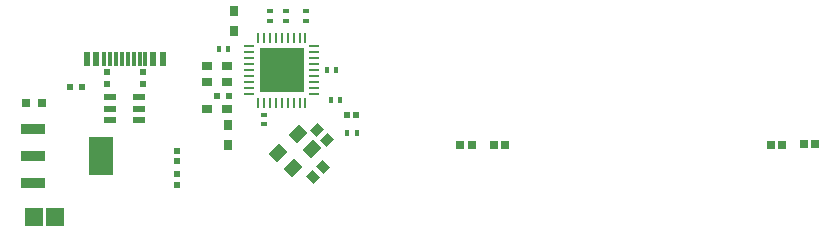
<source format=gtp>
G04*
G04 #@! TF.GenerationSoftware,Altium Limited,Altium Designer,23.5.1 (21)*
G04*
G04 Layer_Color=8421504*
%FSLAX44Y44*%
%MOMM*%
G71*
G04*
G04 #@! TF.SameCoordinates,10AFCB3B-55C8-42C2-B7EA-D5DD10926C34*
G04*
G04*
G04 #@! TF.FilePolarity,Positive*
G04*
G01*
G75*
%ADD14R,0.4000X0.5000*%
%ADD15R,0.5153X0.4725*%
%ADD16R,0.6500X0.6500*%
%ADD17R,0.9000X0.2800*%
%ADD18R,0.3000X1.1500*%
%ADD19R,0.6000X1.1500*%
%ADD20R,1.1000X0.6000*%
%ADD21R,0.4750X0.5000*%
%ADD22R,2.1500X0.9500*%
%ADD23R,2.1500X3.2500*%
%ADD24R,1.5781X1.5562*%
G04:AMPARAMS|DCode=25|XSize=0.76mm|YSize=0.6604mm|CornerRadius=0.0825mm|HoleSize=0mm|Usage=FLASHONLY|Rotation=90.000|XOffset=0mm|YOffset=0mm|HoleType=Round|Shape=RoundedRectangle|*
%AMROUNDEDRECTD25*
21,1,0.7600,0.4953,0,0,90.0*
21,1,0.5949,0.6604,0,0,90.0*
1,1,0.1651,0.2477,0.2975*
1,1,0.1651,0.2477,-0.2975*
1,1,0.1651,-0.2477,-0.2975*
1,1,0.1651,-0.2477,0.2975*
%
%ADD25ROUNDEDRECTD25*%
G04:AMPARAMS|DCode=26|XSize=1.3mm|YSize=1.05mm|CornerRadius=0mm|HoleSize=0mm|Usage=FLASHONLY|Rotation=225.000|XOffset=0mm|YOffset=0mm|HoleType=Round|Shape=Rectangle|*
%AMROTATEDRECTD26*
4,1,4,0.0884,0.8309,0.8309,0.0884,-0.0884,-0.8309,-0.8309,-0.0884,0.0884,0.8309,0.0*
%
%ADD26ROTATEDRECTD26*%

%ADD27R,0.5000X0.4000*%
%ADD28R,0.8000X0.9000*%
%ADD29R,3.7000X3.7000*%
%ADD30R,0.2800X0.9000*%
%ADD31R,0.9000X0.8000*%
G04:AMPARAMS|DCode=32|XSize=0.55mm|YSize=0.5mm|CornerRadius=0.0625mm|HoleSize=0mm|Usage=FLASHONLY|Rotation=0.000|XOffset=0mm|YOffset=0mm|HoleType=Round|Shape=RoundedRectangle|*
%AMROUNDEDRECTD32*
21,1,0.5500,0.3750,0,0,0.0*
21,1,0.4250,0.5000,0,0,0.0*
1,1,0.1250,0.2125,-0.1875*
1,1,0.1250,-0.2125,-0.1875*
1,1,0.1250,-0.2125,0.1875*
1,1,0.1250,0.2125,0.1875*
%
%ADD32ROUNDEDRECTD32*%
%ADD33R,0.6000X0.5000*%
G04:AMPARAMS|DCode=34|XSize=0.85mm|YSize=0.75mm|CornerRadius=0mm|HoleSize=0mm|Usage=FLASHONLY|Rotation=315.000|XOffset=0mm|YOffset=0mm|HoleType=Round|Shape=Rectangle|*
%AMROTATEDRECTD34*
4,1,4,-0.5657,0.0354,-0.0354,0.5657,0.5657,-0.0354,0.0354,-0.5657,-0.5657,0.0354,0.0*
%
%ADD34ROTATEDRECTD34*%

%ADD35R,0.5000X0.6000*%
G04:AMPARAMS|DCode=36|XSize=0.85mm|YSize=0.75mm|CornerRadius=0mm|HoleSize=0mm|Usage=FLASHONLY|Rotation=225.000|XOffset=0mm|YOffset=0mm|HoleType=Round|Shape=Rectangle|*
%AMROTATEDRECTD36*
4,1,4,0.0354,0.5657,0.5657,0.0354,-0.0354,-0.5657,-0.5657,-0.0354,0.0354,0.5657,0.0*
%
%ADD36ROTATEDRECTD36*%

D14*
X481520Y1163320D02*
D03*
X473520D02*
D03*
X378630Y1206690D02*
D03*
X386630D02*
D03*
X487490Y1135380D02*
D03*
X495490D02*
D03*
X478070Y1188910D02*
D03*
X470070D02*
D03*
D15*
X495276Y1150620D02*
D03*
X487704D02*
D03*
D16*
X855900Y1125220D02*
D03*
X873840Y1126490D02*
D03*
X611434Y1125190D02*
D03*
X621434D02*
D03*
X845900Y1125220D02*
D03*
X883840Y1126490D02*
D03*
X593010Y1125220D02*
D03*
X583010D02*
D03*
D17*
X459660Y1178910D02*
D03*
Y1183910D02*
D03*
Y1193910D02*
D03*
Y1198910D02*
D03*
Y1168910D02*
D03*
Y1173910D02*
D03*
X404660Y1168910D02*
D03*
Y1173910D02*
D03*
Y1178910D02*
D03*
Y1183910D02*
D03*
Y1188910D02*
D03*
Y1193910D02*
D03*
Y1198910D02*
D03*
Y1203910D02*
D03*
Y1208910D02*
D03*
X459660D02*
D03*
Y1203910D02*
D03*
Y1188910D02*
D03*
D18*
X311702Y1198059D02*
D03*
X316702D02*
D03*
X306702D02*
D03*
X291702D02*
D03*
X286702D02*
D03*
X281702D02*
D03*
X301702D02*
D03*
X296702D02*
D03*
D19*
X331202D02*
D03*
X323202D02*
D03*
X267202D02*
D03*
X275202D02*
D03*
D20*
X286541Y1156303D02*
D03*
Y1165803D02*
D03*
X311541D02*
D03*
Y1156303D02*
D03*
Y1146803D02*
D03*
X286541D02*
D03*
D21*
X252685Y1174750D02*
D03*
X262935D02*
D03*
D22*
X221190Y1139330D02*
D03*
Y1116330D02*
D03*
Y1093330D02*
D03*
D23*
X279190Y1116330D02*
D03*
D24*
X222499Y1064260D02*
D03*
X239781D02*
D03*
D25*
X229250Y1160780D02*
D03*
X215250D02*
D03*
D26*
X457909Y1122275D02*
D03*
X441645Y1106011D02*
D03*
X429271Y1118385D02*
D03*
X445535Y1134649D02*
D03*
D27*
X452480Y1238630D02*
D03*
Y1230630D02*
D03*
X416920Y1143000D02*
D03*
Y1151000D02*
D03*
X435970Y1230630D02*
D03*
Y1238630D02*
D03*
X422000D02*
D03*
Y1230630D02*
D03*
D28*
X391520Y1239320D02*
D03*
Y1222320D02*
D03*
X386440Y1125800D02*
D03*
Y1142800D02*
D03*
D29*
X432160Y1188910D02*
D03*
D30*
X452160Y1161410D02*
D03*
X447160D02*
D03*
X442160D02*
D03*
X437160D02*
D03*
X432160D02*
D03*
X427160D02*
D03*
X422160D02*
D03*
X417160D02*
D03*
X412160D02*
D03*
Y1216410D02*
D03*
X417160D02*
D03*
X422160D02*
D03*
X427160D02*
D03*
X432160D02*
D03*
X437160D02*
D03*
X442160D02*
D03*
X447160D02*
D03*
X452160D02*
D03*
D31*
X369050Y1192720D02*
D03*
X386050D02*
D03*
Y1155890D02*
D03*
X369050D02*
D03*
X386050Y1178750D02*
D03*
X369050D02*
D03*
D32*
X342980Y1091950D02*
D03*
Y1100950D02*
D03*
X343012Y1111555D02*
D03*
Y1120555D02*
D03*
D33*
X314960Y1187370D02*
D03*
Y1177370D02*
D03*
X284480Y1187370D02*
D03*
Y1177370D02*
D03*
D34*
X458221Y1098131D02*
D03*
X467059Y1106970D02*
D03*
D35*
X387630Y1167320D02*
D03*
X377630D02*
D03*
D36*
X461671Y1138529D02*
D03*
X470509Y1129691D02*
D03*
M02*

</source>
